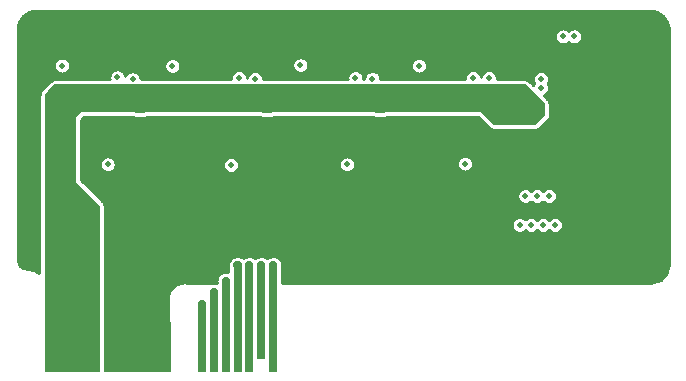
<source format=gbr>
G04 #@! TF.GenerationSoftware,KiCad,Pcbnew,(5.1.8)-1*
G04 #@! TF.CreationDate,2021-09-22T18:05:39+08:00*
G04 #@! TF.ProjectId,PowerSupply,506f7765-7253-4757-9070-6c792e6b6963,rev?*
G04 #@! TF.SameCoordinates,PX5e56640PY77750e0*
G04 #@! TF.FileFunction,Copper,L1,Top*
G04 #@! TF.FilePolarity,Positive*
%FSLAX46Y46*%
G04 Gerber Fmt 4.6, Leading zero omitted, Abs format (unit mm)*
G04 Created by KiCad (PCBNEW (5.1.8)-1) date 2021-09-22 18:05:39*
%MOMM*%
%LPD*%
G01*
G04 APERTURE LIST*
G04 #@! TA.AperFunction,ConnectorPad*
%ADD10R,0.700000X4.300000*%
G04 #@! TD*
G04 #@! TA.AperFunction,ConnectorPad*
%ADD11R,0.700000X3.200000*%
G04 #@! TD*
G04 #@! TA.AperFunction,ViaPad*
%ADD12C,0.500000*%
G04 #@! TD*
G04 #@! TA.AperFunction,Conductor*
%ADD13C,0.700000*%
G04 #@! TD*
G04 #@! TA.AperFunction,Conductor*
%ADD14C,0.254000*%
G04 #@! TD*
G04 #@! TA.AperFunction,Conductor*
%ADD15C,0.100000*%
G04 #@! TD*
G04 APERTURE END LIST*
D10*
G04 #@! TO.P,PCI1,B13*
G04 #@! TO.N,REG_EN1*
X27050000Y5050000D03*
G04 #@! TO.P,PCI1,B12*
G04 #@! TO.N,REG_EN2*
X26050000Y5050000D03*
G04 #@! TO.P,PCI1,B18*
G04 #@! TO.N,BAT_CHG*
X32050000Y5050000D03*
D11*
G04 #@! TO.P,PCI1,B17*
G04 #@! TO.N,BAT_PG*
X31050000Y5600000D03*
D10*
G04 #@! TO.P,PCI1,B16*
G04 #@! TO.N,BAT_ISET*
X30050000Y5050000D03*
G04 #@! TO.P,PCI1,B15*
G04 #@! TO.N,REG_POWER*
X29050000Y5050000D03*
G04 #@! TO.P,PCI1,B14*
G04 #@! TO.N,REG_CHG*
X28050000Y5050000D03*
G04 #@! TO.P,PCI1,B11*
G04 #@! TO.N,GND*
X23050000Y5050000D03*
G04 #@! TO.P,PCI1,B10*
X22050000Y5050000D03*
G04 #@! TO.P,PCI1,B9*
X21050000Y5050000D03*
G04 #@! TO.P,PCI1,B8*
X20050000Y5050000D03*
G04 #@! TO.P,PCI1,B7*
X19050000Y5050000D03*
G04 #@! TO.P,PCI1,B6*
X18050000Y5050000D03*
G04 #@! TO.P,PCI1,B5*
G04 #@! TO.N,+5V*
X17050000Y5050000D03*
G04 #@! TO.P,PCI1,B4*
X16050000Y5050000D03*
G04 #@! TO.P,PCI1,B3*
X15050000Y5050000D03*
G04 #@! TO.P,PCI1,B2*
X14050000Y5050000D03*
G04 #@! TO.P,PCI1,B1*
X13050000Y5050000D03*
G04 #@! TD*
G04 #@! TO.P,C27,2*
G04 #@! TO.N,GND*
G04 #@! TA.AperFunction,SMDPad,CuDef*
G36*
G01*
X20530000Y24145000D02*
X21030000Y24145000D01*
G75*
G02*
X21255000Y23920000I0J-225000D01*
G01*
X21255000Y23470000D01*
G75*
G02*
X21030000Y23245000I-225000J0D01*
G01*
X20530000Y23245000D01*
G75*
G02*
X20305000Y23470000I0J225000D01*
G01*
X20305000Y23920000D01*
G75*
G02*
X20530000Y24145000I225000J0D01*
G01*
G37*
G04 #@! TD.AperFunction*
G04 #@! TO.P,C27,1*
G04 #@! TO.N,+5V*
G04 #@! TA.AperFunction,SMDPad,CuDef*
G36*
G01*
X20530000Y25695000D02*
X21030000Y25695000D01*
G75*
G02*
X21255000Y25470000I0J-225000D01*
G01*
X21255000Y25020000D01*
G75*
G02*
X21030000Y24795000I-225000J0D01*
G01*
X20530000Y24795000D01*
G75*
G02*
X20305000Y25020000I0J225000D01*
G01*
X20305000Y25470000D01*
G75*
G02*
X20530000Y25695000I225000J0D01*
G01*
G37*
G04 #@! TD.AperFunction*
G04 #@! TD*
G04 #@! TO.P,C25,2*
G04 #@! TO.N,GND*
G04 #@! TA.AperFunction,SMDPad,CuDef*
G36*
G01*
X31300000Y24145000D02*
X31800000Y24145000D01*
G75*
G02*
X32025000Y23920000I0J-225000D01*
G01*
X32025000Y23470000D01*
G75*
G02*
X31800000Y23245000I-225000J0D01*
G01*
X31300000Y23245000D01*
G75*
G02*
X31075000Y23470000I0J225000D01*
G01*
X31075000Y23920000D01*
G75*
G02*
X31300000Y24145000I225000J0D01*
G01*
G37*
G04 #@! TD.AperFunction*
G04 #@! TO.P,C25,1*
G04 #@! TO.N,+5V*
G04 #@! TA.AperFunction,SMDPad,CuDef*
G36*
G01*
X31300000Y25695000D02*
X31800000Y25695000D01*
G75*
G02*
X32025000Y25470000I0J-225000D01*
G01*
X32025000Y25020000D01*
G75*
G02*
X31800000Y24795000I-225000J0D01*
G01*
X31300000Y24795000D01*
G75*
G02*
X31075000Y25020000I0J225000D01*
G01*
X31075000Y25470000D01*
G75*
G02*
X31300000Y25695000I225000J0D01*
G01*
G37*
G04 #@! TD.AperFunction*
G04 #@! TD*
G04 #@! TO.P,C11,2*
G04 #@! TO.N,GND*
G04 #@! TA.AperFunction,SMDPad,CuDef*
G36*
G01*
X40890000Y24145000D02*
X41390000Y24145000D01*
G75*
G02*
X41615000Y23920000I0J-225000D01*
G01*
X41615000Y23470000D01*
G75*
G02*
X41390000Y23245000I-225000J0D01*
G01*
X40890000Y23245000D01*
G75*
G02*
X40665000Y23470000I0J225000D01*
G01*
X40665000Y23920000D01*
G75*
G02*
X40890000Y24145000I225000J0D01*
G01*
G37*
G04 #@! TD.AperFunction*
G04 #@! TO.P,C11,1*
G04 #@! TO.N,+5V*
G04 #@! TA.AperFunction,SMDPad,CuDef*
G36*
G01*
X40890000Y25695000D02*
X41390000Y25695000D01*
G75*
G02*
X41615000Y25470000I0J-225000D01*
G01*
X41615000Y25020000D01*
G75*
G02*
X41390000Y24795000I-225000J0D01*
G01*
X40890000Y24795000D01*
G75*
G02*
X40665000Y25020000I0J225000D01*
G01*
X40665000Y25470000D01*
G75*
G02*
X40890000Y25695000I225000J0D01*
G01*
G37*
G04 #@! TD.AperFunction*
G04 #@! TD*
G04 #@! TO.P,C9,2*
G04 #@! TO.N,GND*
G04 #@! TA.AperFunction,SMDPad,CuDef*
G36*
G01*
X50980000Y23225000D02*
X51480000Y23225000D01*
G75*
G02*
X51705000Y23000000I0J-225000D01*
G01*
X51705000Y22550000D01*
G75*
G02*
X51480000Y22325000I-225000J0D01*
G01*
X50980000Y22325000D01*
G75*
G02*
X50755000Y22550000I0J225000D01*
G01*
X50755000Y23000000D01*
G75*
G02*
X50980000Y23225000I225000J0D01*
G01*
G37*
G04 #@! TD.AperFunction*
G04 #@! TO.P,C9,1*
G04 #@! TO.N,+5V*
G04 #@! TA.AperFunction,SMDPad,CuDef*
G36*
G01*
X50980000Y24775000D02*
X51480000Y24775000D01*
G75*
G02*
X51705000Y24550000I0J-225000D01*
G01*
X51705000Y24100000D01*
G75*
G02*
X51480000Y23875000I-225000J0D01*
G01*
X50980000Y23875000D01*
G75*
G02*
X50755000Y24100000I0J225000D01*
G01*
X50755000Y24550000D01*
G75*
G02*
X50980000Y24775000I225000J0D01*
G01*
G37*
G04 #@! TD.AperFunction*
G04 #@! TD*
D12*
G04 #@! TO.N,GND*
X57060000Y29060000D03*
X57740000Y27470000D03*
X57065000Y27470000D03*
X56390001Y27480000D03*
X38300000Y24320000D03*
X38849999Y24320000D03*
X39400000Y24320000D03*
X48330000Y24310001D03*
X49430000Y24310000D03*
X48879999Y24310001D03*
X29680000Y24300000D03*
X29130000Y24300000D03*
X28580001Y24300000D03*
X18070000Y24320000D03*
X18619999Y24320000D03*
X19170000Y24320000D03*
X12160000Y33320000D03*
X13160000Y33320000D03*
X14160000Y33320000D03*
X15160000Y33320000D03*
X16160000Y33320000D03*
X17160000Y33320000D03*
X18160000Y33320000D03*
X19160000Y33320000D03*
X20160000Y33320000D03*
X21160000Y33320000D03*
X22160000Y33320000D03*
X23160000Y33320000D03*
X24160000Y33320000D03*
X25160000Y33320000D03*
X26160000Y33320000D03*
X27160000Y33320000D03*
X28160000Y33320000D03*
X29160000Y33320000D03*
X30160000Y33320000D03*
X31160000Y33320000D03*
X32160000Y33320000D03*
X33160000Y33320000D03*
X34160000Y33320000D03*
X35160000Y33320000D03*
X36160000Y33320000D03*
X37160000Y33320000D03*
X38160000Y33320000D03*
X39160000Y33320000D03*
X40160000Y33320000D03*
X41160000Y33320000D03*
X42160000Y33320000D03*
X43160000Y33320000D03*
X44160000Y33320000D03*
X45160000Y33320000D03*
X46160000Y33320000D03*
X47160000Y33320000D03*
X48160000Y33320000D03*
X49160000Y33320000D03*
X50160000Y33320000D03*
X51160000Y33320000D03*
X52160000Y33320000D03*
X53160000Y33320000D03*
X54160000Y33320000D03*
X55160000Y33320000D03*
X56160000Y33320000D03*
X57160000Y33320000D03*
X58160000Y33320000D03*
X59160000Y33320000D03*
X60160000Y33320000D03*
X61160000Y33320000D03*
X12290000Y32130000D03*
X13160000Y32320000D03*
X14160000Y32320000D03*
X15160000Y32320000D03*
X16160000Y32320000D03*
X17160000Y32320000D03*
X18160000Y32320000D03*
X19160000Y32320000D03*
X20160000Y32320000D03*
X21160000Y32320000D03*
X22160000Y32320000D03*
X23160000Y32320000D03*
X24160000Y32320000D03*
X25160000Y32320000D03*
X26160000Y32320000D03*
X27160000Y32320000D03*
X28160000Y32320000D03*
X29160000Y32320000D03*
X30160000Y32320000D03*
X31160000Y32320000D03*
X32160000Y32320000D03*
X33160000Y32320000D03*
X34160000Y32320000D03*
X35160000Y32320000D03*
X36160000Y32320000D03*
X37160000Y32320000D03*
X38160000Y32320000D03*
X39160000Y32320000D03*
X40160000Y32320000D03*
X41160000Y32320000D03*
X42160000Y32320000D03*
X43160000Y32320000D03*
X44160000Y32320000D03*
X45160000Y32320000D03*
X46160000Y32320000D03*
X47160000Y32320000D03*
X48160000Y32320000D03*
X49160000Y32320000D03*
X50160000Y32320000D03*
X51160000Y32320000D03*
X52160000Y32320000D03*
X53160000Y32320000D03*
X54160000Y32320000D03*
X55160000Y32320000D03*
X56160000Y32320000D03*
X57160000Y32320000D03*
X58160000Y32320000D03*
X59160000Y32320000D03*
X60160000Y32320000D03*
X61160000Y32320000D03*
X62160000Y32320000D03*
X62160000Y33320000D03*
X63160000Y32320000D03*
X63160000Y33320000D03*
X63860000Y32050000D03*
X64160000Y33320000D03*
X11300000Y33020000D03*
X10670000Y31600000D03*
X11780000Y31470000D03*
X10690000Y30590000D03*
X11690000Y30590000D03*
X10690000Y28590000D03*
X11690000Y28590000D03*
X10690000Y27590000D03*
X11690000Y27590000D03*
X10690000Y26590000D03*
X11690000Y26590000D03*
X10690000Y25590000D03*
X11690000Y25590000D03*
X10690000Y24590000D03*
X11690000Y24590000D03*
X10690000Y23590000D03*
X11690000Y23590000D03*
X10690000Y22590000D03*
X11690000Y22590000D03*
X10690000Y21590000D03*
X11690000Y21590000D03*
X10690000Y20590000D03*
X11690000Y20590000D03*
X10690000Y19590000D03*
X11690000Y19590000D03*
X10690000Y18590000D03*
X11690000Y18590000D03*
X10690000Y17590000D03*
X11690000Y17590000D03*
X10690000Y16590000D03*
X11690000Y16590000D03*
X10690000Y15590000D03*
X11690000Y15590000D03*
X10690000Y14590000D03*
X11690000Y14590000D03*
X10690000Y13590000D03*
X11690000Y13590000D03*
X10690000Y12590000D03*
X11690000Y12590000D03*
X11690000Y11590000D03*
X41690000Y11590000D03*
X42690000Y11590000D03*
X43690000Y11590000D03*
X44690000Y11590000D03*
X45690000Y11590000D03*
X46690000Y11590000D03*
X47690000Y11590000D03*
X48690000Y11590000D03*
X49690000Y11590000D03*
X50690000Y11590000D03*
X51690000Y11590000D03*
X52690000Y11590000D03*
X53690000Y11590000D03*
X54690000Y11590000D03*
X55690000Y11590000D03*
X56690000Y11590000D03*
X57690000Y11590000D03*
X58690000Y11590000D03*
X59690000Y11590000D03*
X60690000Y11590000D03*
X61690000Y11590000D03*
X62690000Y11590000D03*
X63600000Y11860000D03*
X33690000Y10590000D03*
X34690000Y10590000D03*
X35690000Y10590000D03*
X36690000Y10590000D03*
X37690000Y10590000D03*
X38690000Y10590000D03*
X39690000Y10590000D03*
X40690000Y10590000D03*
X41690000Y10590000D03*
X42690000Y10590000D03*
X43690000Y10590000D03*
X44690000Y10590000D03*
X45690000Y10590000D03*
X46690000Y10590000D03*
X47690000Y10590000D03*
X48690000Y10590000D03*
X49690000Y10590000D03*
X50690000Y10590000D03*
X51690000Y10590000D03*
X52690000Y10590000D03*
X53690000Y10590000D03*
X54690000Y10590000D03*
X55690000Y10590000D03*
X56690000Y10590000D03*
X57690000Y10590000D03*
X58690000Y10590000D03*
X59690000Y10590000D03*
X60690000Y10590000D03*
X61690000Y10590000D03*
X62690000Y10590000D03*
X63690000Y10590000D03*
X64870000Y32980000D03*
X64290000Y31450000D03*
X65380000Y31520000D03*
X64390000Y30490000D03*
X65380000Y30500000D03*
X64390000Y28490000D03*
X65390000Y28490000D03*
X64390000Y27490000D03*
X65390000Y27490000D03*
X64390000Y26490000D03*
X65390000Y26490000D03*
X64390000Y25490000D03*
X65390000Y25490000D03*
X64390000Y24490000D03*
X65390000Y24490000D03*
X64390000Y23490000D03*
X65390000Y23490000D03*
X64390000Y22490000D03*
X65390000Y22490000D03*
X64390000Y21490000D03*
X65390000Y21490000D03*
X64390000Y20490000D03*
X65390000Y20490000D03*
X64390000Y19490000D03*
X65390000Y19490000D03*
X64390000Y18490000D03*
X65390000Y18490000D03*
X64390000Y17490000D03*
X65390000Y17490000D03*
X64390000Y16490000D03*
X65390000Y16490000D03*
X64390000Y15490000D03*
X65390000Y15490000D03*
X64390000Y14490000D03*
X65390000Y14490000D03*
X64390000Y13490000D03*
X65390000Y13490000D03*
X64210000Y12480000D03*
X65390000Y12550000D03*
X65320000Y11760000D03*
X64440000Y10700000D03*
X57075000Y26693334D03*
X57750000Y26693334D03*
X56400000Y26703334D03*
X57065000Y25916668D03*
X56390001Y25926668D03*
X57740000Y25916668D03*
X56390000Y25150000D03*
X57065000Y25140000D03*
X57740000Y25140000D03*
X57019999Y18505001D03*
X57570000Y18505000D03*
X56470000Y18505001D03*
X57029999Y17805001D03*
X56480000Y17805001D03*
X57580000Y17805000D03*
X11690000Y29590000D03*
X10690000Y29590000D03*
X65390000Y29490000D03*
X64390000Y29490000D03*
X57429999Y14305001D03*
X57970000Y15005000D03*
X56870000Y15005001D03*
X56880000Y14305001D03*
X57980000Y14305000D03*
X57419999Y15005001D03*
X57970000Y13605000D03*
X57419999Y13605001D03*
X56880000Y12905001D03*
X57980000Y12905000D03*
X56870000Y13605001D03*
X57429999Y12905001D03*
X58680000Y12905001D03*
X59219999Y13605001D03*
X59770000Y13605000D03*
X59780000Y12905000D03*
X58670000Y13605001D03*
X59229999Y12905001D03*
X59219999Y15005001D03*
X59780000Y14305000D03*
X59229999Y14305001D03*
X58670000Y15005001D03*
X59770000Y15005000D03*
X58680000Y14305001D03*
X21660000Y32820000D03*
X36660000Y32820000D03*
X52660000Y32820000D03*
X53660000Y32820000D03*
X54660000Y32820000D03*
X59660000Y32820000D03*
X43660000Y32820000D03*
X44660000Y32820000D03*
X48660000Y32820000D03*
X19660000Y32820000D03*
X51660000Y32820000D03*
X28660000Y32820000D03*
X56660000Y32820000D03*
X22660000Y32820000D03*
X37660000Y32820000D03*
X27660000Y32820000D03*
X55660000Y32820000D03*
X39660000Y32820000D03*
X46660000Y32820000D03*
X50660000Y32820000D03*
X31660000Y32820000D03*
X20660000Y32820000D03*
X23660000Y32820000D03*
X34660000Y32820000D03*
X32660000Y32820000D03*
X29660000Y32820000D03*
X57660000Y32820000D03*
X61660000Y32820000D03*
X45660000Y32820000D03*
X49660000Y32820000D03*
X41660000Y32820000D03*
X18660000Y32820000D03*
X60660000Y32820000D03*
X30660000Y32820000D03*
X42660000Y32820000D03*
X24660000Y32820000D03*
X58660000Y32820000D03*
X40660000Y32820000D03*
X33660000Y32820000D03*
X25660000Y32820000D03*
X35660000Y32820000D03*
X26660000Y32820000D03*
X38660000Y32820000D03*
X47660000Y32820000D03*
X62660000Y32820000D03*
X63660000Y32820000D03*
X64370000Y32530000D03*
X12590000Y32770000D03*
X13660000Y32820000D03*
X14660000Y32820000D03*
X15660000Y32820000D03*
X16660000Y32820000D03*
X17660000Y32820000D03*
X64770000Y31920000D03*
X64890000Y31060000D03*
X64900000Y29990000D03*
X64890000Y17980000D03*
X64890000Y13980000D03*
X64100000Y11360000D03*
X64890000Y27980000D03*
X64890000Y21980000D03*
X64890000Y25980000D03*
X64890000Y20980000D03*
X64890000Y15980000D03*
X64820000Y12910000D03*
X64890000Y14980000D03*
X64890000Y24980000D03*
X64890000Y23980000D03*
X64890000Y19980000D03*
X64890000Y16980000D03*
X64890000Y22980000D03*
X64890000Y18980000D03*
X64890000Y26980000D03*
X64890000Y28980000D03*
X10850000Y32400000D03*
X11190000Y27110000D03*
X11190000Y20110000D03*
X11190000Y29110000D03*
X11190000Y19110000D03*
X11190000Y31110000D03*
X11190000Y28110000D03*
X11190000Y26110000D03*
X11190000Y24110000D03*
X11190000Y23110000D03*
X11190000Y22110000D03*
X11190000Y21110000D03*
X11190000Y25110000D03*
X11190000Y15110000D03*
X11190000Y13110000D03*
X11190000Y14110000D03*
X11190000Y17110000D03*
X11190000Y18110000D03*
X11190000Y16110000D03*
X11190000Y30110000D03*
X11190000Y12090000D03*
X47210000Y11080000D03*
X54210000Y11080000D03*
X41210000Y11080000D03*
X43210000Y11080000D03*
X62210000Y11080000D03*
X55210000Y11080000D03*
X48210000Y11080000D03*
X61210000Y11080000D03*
X49210000Y11080000D03*
X51210000Y11080000D03*
X58210000Y11080000D03*
X57210000Y11080000D03*
X56210000Y11080000D03*
X50210000Y11080000D03*
X42210000Y11080000D03*
X44210000Y11080000D03*
X45210000Y11080000D03*
X46210000Y11080000D03*
X60210000Y11080000D03*
X53210000Y11080000D03*
X59210000Y11080000D03*
X63210000Y11080000D03*
X52210000Y11080000D03*
X11800000Y32570000D03*
X11360000Y31990000D03*
X65310000Y32360000D03*
X64650000Y11940000D03*
X64980000Y11120000D03*
X23920000Y22730000D03*
X23920000Y22130000D03*
X23920000Y21530000D03*
X24520000Y22730000D03*
X25130000Y22730000D03*
X35410000Y22640000D03*
X34200000Y22640000D03*
X34200000Y21440000D03*
X34800000Y22640000D03*
X34200000Y22040000D03*
X44190000Y22070000D03*
X45400000Y22670000D03*
X44190000Y21470000D03*
X44190000Y22670000D03*
X44790000Y22670000D03*
X57019999Y19895001D03*
X56480000Y19195001D03*
X56470000Y19895001D03*
X57570000Y19895000D03*
X57580000Y19195000D03*
X57029999Y19195001D03*
X55279999Y19895001D03*
X54740000Y19195001D03*
X55840000Y19195000D03*
X55830000Y19895000D03*
X54730000Y19895001D03*
X55289999Y19195001D03*
X53590000Y19195001D03*
X54139999Y19195001D03*
X53580000Y19895001D03*
X54129999Y19895001D03*
G04 #@! TO.N,+3V3*
X48980000Y27800000D03*
X48310000Y20530000D03*
G04 #@! TO.N,+5V*
X40880000Y26380000D03*
X41570000Y26380000D03*
X50860000Y26380000D03*
X51500000Y26380000D03*
X31040000Y26370000D03*
X31690000Y26370000D03*
X53620000Y25220000D03*
X54180000Y25220000D03*
X54730000Y25460000D03*
X53620000Y24690000D03*
X54180000Y24685000D03*
X53620000Y24150000D03*
X54180000Y24150000D03*
X13720000Y25640000D03*
X20580000Y26340000D03*
X21260000Y26340000D03*
X20970000Y26860000D03*
X21640000Y26860000D03*
X31410000Y26860000D03*
X32060000Y26860000D03*
X24050000Y25630000D03*
X41280000Y26910000D03*
X41970000Y26910000D03*
X33930000Y25640000D03*
X51260000Y26900000D03*
X51900000Y26900000D03*
X43950000Y25640000D03*
G04 #@! TO.N,+1V2*
X18870000Y27840000D03*
X18060000Y20470000D03*
G04 #@! TO.N,+1V5*
X29180000Y27790000D03*
X28510000Y20410000D03*
G04 #@! TO.N,+2V5*
X39030000Y27800000D03*
X38310000Y20470000D03*
G04 #@! TO.N,Net-(1V2-Pad1)*
X20160000Y27660000D03*
X14180002Y28840000D03*
G04 #@! TO.N,Net-(1V5-Pad1)*
X30530000Y27720000D03*
X23540000Y28810000D03*
G04 #@! TO.N,Net-(2V5-Pad1)*
X40470000Y27730000D03*
X34380000Y28870000D03*
G04 #@! TO.N,Net-(3V3-Pad1)*
X50320000Y27780000D03*
X44410000Y28830000D03*
G04 #@! TO.N,Net-(C3-Pad1)*
X56600000Y31300000D03*
X54750000Y27700000D03*
G04 #@! TO.N,Net-(R34-Pad2)*
X54740000Y26940000D03*
X57560000Y31300000D03*
G04 #@! TO.N,REG_EN2*
X26050000Y8690000D03*
X52925000Y15350000D03*
G04 #@! TO.N,REG_EN1*
X27050000Y9630000D03*
X53420000Y17785000D03*
G04 #@! TO.N,REG_CHG*
X28043332Y10610000D03*
X53920000Y15345000D03*
G04 #@! TO.N,REG_POWER*
X29044998Y11945000D03*
X54420000Y17785000D03*
G04 #@! TO.N,BAT_ISET*
X30046664Y11945000D03*
X54920000Y15345000D03*
G04 #@! TO.N,BAT_PG*
X31048330Y11945000D03*
X55420000Y17785000D03*
G04 #@! TO.N,BAT_CHG*
X32060000Y11945000D03*
X55920000Y15345000D03*
G04 #@! TD*
D13*
G04 #@! TO.N,GND*
X23050000Y5050000D02*
X18050000Y5050000D01*
X23050000Y3250000D02*
X18050000Y3250000D01*
G04 #@! TO.N,+5V*
X17050000Y5050000D02*
X13050000Y5050000D01*
X17050000Y3250000D02*
X13050000Y3250000D01*
X13500000Y7280000D02*
X13500000Y3280000D01*
X14540000Y7310000D02*
X14540000Y3310000D01*
X15550000Y7280000D02*
X15550000Y3280000D01*
X16550000Y7270000D02*
X16550000Y3270000D01*
X20489999Y26470000D02*
X20490000Y26469999D01*
X53620000Y24150000D02*
X53620000Y25220000D01*
X54180000Y25220000D02*
X54180000Y24150000D01*
X54180000Y24150000D02*
X53620000Y24150000D01*
X53620000Y25220000D02*
X54180000Y25220000D01*
X53620000Y24510000D02*
X53620000Y24150000D01*
X54730000Y24700000D02*
X54180000Y24150000D01*
X54730000Y25460000D02*
X54730000Y24700000D01*
X53290000Y26900000D02*
X54730000Y25460000D01*
X13050000Y26300000D02*
X13650000Y26900000D01*
X13650000Y26900000D02*
X53290000Y26900000D01*
X13050000Y5050000D02*
X13050000Y26300000D01*
X15730000Y25220000D02*
X15050000Y24540000D01*
X49760000Y25220000D02*
X15730000Y25220000D01*
X50830000Y24150000D02*
X49760000Y25220000D01*
X53620000Y24150000D02*
X50830000Y24150000D01*
X52760000Y26080000D02*
X53620000Y25220000D01*
X14800000Y26080000D02*
X52760000Y26080000D01*
X14050000Y25330000D02*
X14800000Y26080000D01*
X14050000Y5050000D02*
X14050000Y25330000D01*
X13730000Y26440000D02*
X53370000Y26440000D01*
X49920000Y25620000D02*
X15890000Y25620000D01*
X52930000Y26570000D02*
X54370000Y25130000D01*
X52770000Y25610000D02*
X49980000Y25610000D01*
X53260000Y25190000D02*
X50470000Y25190000D01*
X53420000Y24750000D02*
X50630000Y24750000D01*
X13190000Y25780000D02*
X13790000Y26380000D01*
X13590000Y25500000D02*
X14190000Y26100000D01*
X14550000Y25080000D02*
X15150000Y25680000D01*
X14820000Y24980000D02*
X15420000Y25580000D01*
X13490000Y4400000D02*
X13490000Y25650000D01*
X14530000Y4740000D02*
X14530000Y25020000D01*
X17050000Y5050000D02*
X17050000Y16820000D01*
X17050000Y16820000D02*
X15050000Y18820000D01*
X15050000Y24540000D02*
X15050000Y18820000D01*
X16050000Y16370000D02*
X15050000Y17370000D01*
X16050000Y5050000D02*
X16050000Y16370000D01*
X15050000Y17370000D02*
X15050000Y5050000D01*
X15050000Y18820000D02*
X15050000Y17370000D01*
X16970000Y16170000D02*
X14970000Y18170000D01*
X16560000Y4680000D02*
X16560000Y16450000D01*
X15480000Y4820000D02*
X15480000Y16590000D01*
G04 #@! TO.N,REG_EN2*
X26050000Y5050000D02*
X26050000Y8690000D01*
G04 #@! TO.N,REG_EN1*
X27050000Y7561666D02*
X27050000Y9630000D01*
X27050000Y5050000D02*
X27050000Y7561666D01*
G04 #@! TO.N,REG_CHG*
X28050000Y10603332D02*
X28043332Y10610000D01*
X28050000Y5050000D02*
X28050000Y10603332D01*
G04 #@! TO.N,REG_POWER*
X29050000Y5050000D02*
X29050000Y7564998D01*
X29050000Y11939998D02*
X29044998Y11945000D01*
X29050000Y7564998D02*
X29050000Y11939998D01*
G04 #@! TO.N,BAT_ISET*
X30050000Y5050000D02*
X30050000Y7566664D01*
X30050000Y11941664D02*
X30046664Y11945000D01*
X30050000Y7566664D02*
X30050000Y11941664D01*
G04 #@! TO.N,BAT_PG*
X31050000Y5600000D02*
X31050000Y7568330D01*
X31050000Y11943330D02*
X31048330Y11945000D01*
X31050000Y7568330D02*
X31050000Y11943330D01*
G04 #@! TO.N,BAT_CHG*
X32050000Y11935000D02*
X32060000Y11945000D01*
X32050000Y5050000D02*
X32050000Y11935000D01*
G04 #@! TD*
D14*
G04 #@! TO.N,GND*
X64300374Y33457004D02*
X64589309Y33369770D01*
X64855796Y33228076D01*
X65089685Y33037321D01*
X65282070Y32804767D01*
X65425622Y32539275D01*
X65514871Y32250958D01*
X65548624Y31929813D01*
X65548001Y12022124D01*
X65516379Y11699622D01*
X65429145Y11410690D01*
X65287452Y11144204D01*
X65096697Y10910315D01*
X64864143Y10717930D01*
X64598650Y10574378D01*
X64310334Y10485129D01*
X63989185Y10451376D01*
X32853177Y10451997D01*
X32827000Y10459937D01*
X32827000Y11805312D01*
X32840758Y11944999D01*
X32825756Y12097318D01*
X32781327Y12243782D01*
X32709177Y12378766D01*
X32612079Y12497079D01*
X32493766Y12594177D01*
X32358782Y12666327D01*
X32212318Y12710756D01*
X32059999Y12725758D01*
X31907682Y12710756D01*
X31761217Y12666327D01*
X31626234Y12594177D01*
X31554165Y12535031D01*
X31482096Y12594177D01*
X31347113Y12666327D01*
X31200648Y12710756D01*
X31048330Y12725759D01*
X30896012Y12710756D01*
X30749547Y12666327D01*
X30614564Y12594177D01*
X30547497Y12539136D01*
X30480430Y12594177D01*
X30345447Y12666327D01*
X30198982Y12710756D01*
X30046664Y12725759D01*
X29894346Y12710756D01*
X29747881Y12666327D01*
X29612898Y12594177D01*
X29545831Y12539136D01*
X29478764Y12594177D01*
X29343781Y12666327D01*
X29197316Y12710756D01*
X29044998Y12725759D01*
X28892680Y12710756D01*
X28746215Y12666327D01*
X28611232Y12594177D01*
X28492919Y12497079D01*
X28395821Y12378766D01*
X28323671Y12243783D01*
X28279242Y12097318D01*
X28264239Y11945000D01*
X28273001Y11856044D01*
X28273001Y11352292D01*
X28195650Y11375756D01*
X28043332Y11390759D01*
X27891014Y11375756D01*
X27744549Y11331327D01*
X27609566Y11259177D01*
X27491253Y11162079D01*
X27394155Y11043766D01*
X27322005Y10908783D01*
X27277576Y10762318D01*
X27262573Y10610000D01*
X27273001Y10504130D01*
X27273001Y10409257D01*
X27063054Y10409473D01*
X27050000Y10410759D01*
X27037216Y10409500D01*
X24961656Y10411638D01*
X24862688Y10440766D01*
X24820198Y10448871D01*
X24777872Y10457560D01*
X24771244Y10458210D01*
X24586600Y10475014D01*
X24543368Y10474712D01*
X24500135Y10475014D01*
X24493507Y10474364D01*
X24309114Y10454983D01*
X24266754Y10446288D01*
X24224301Y10438190D01*
X24217933Y10436267D01*
X24217921Y10436264D01*
X24217910Y10436259D01*
X24040809Y10381438D01*
X24000983Y10364697D01*
X23960868Y10348490D01*
X23954992Y10345365D01*
X23954988Y10345363D01*
X23954987Y10345362D01*
X23791894Y10257178D01*
X23756057Y10233006D01*
X23719875Y10209330D01*
X23714722Y10205126D01*
X23714715Y10205121D01*
X23714709Y10205115D01*
X23571856Y10086936D01*
X23541404Y10056271D01*
X23510505Y10026013D01*
X23506260Y10020881D01*
X23389077Y9877201D01*
X23365146Y9841183D01*
X23340727Y9805520D01*
X23337564Y9799669D01*
X23337559Y9799661D01*
X23337556Y9799653D01*
X23250516Y9635956D01*
X23234043Y9595992D01*
X23217008Y9556246D01*
X23215041Y9549892D01*
X23215039Y9549886D01*
X23215039Y9549884D01*
X23161451Y9372390D01*
X23153060Y9330011D01*
X23144065Y9287695D01*
X23143370Y9281075D01*
X23143369Y9281068D01*
X23143369Y9281061D01*
X23125277Y9096548D01*
X23125277Y9096540D01*
X23123000Y9073422D01*
X23123001Y3070833D01*
X17829066Y3028048D01*
X17829066Y3232811D01*
X17830759Y3250000D01*
X17829066Y3267189D01*
X17829066Y5032811D01*
X17830759Y5050000D01*
X17829066Y5067189D01*
X17829066Y7200000D01*
X17827000Y7220978D01*
X17827000Y15416679D01*
X52248000Y15416679D01*
X52248000Y15283321D01*
X52274016Y15152526D01*
X52325050Y15029320D01*
X52399140Y14918437D01*
X52493437Y14824140D01*
X52604320Y14750050D01*
X52727526Y14699016D01*
X52858321Y14673000D01*
X52991679Y14673000D01*
X53122474Y14699016D01*
X53245680Y14750050D01*
X53356563Y14824140D01*
X53420000Y14887577D01*
X53488437Y14819140D01*
X53599320Y14745050D01*
X53722526Y14694016D01*
X53853321Y14668000D01*
X53986679Y14668000D01*
X54117474Y14694016D01*
X54240680Y14745050D01*
X54351563Y14819140D01*
X54420000Y14887577D01*
X54488437Y14819140D01*
X54599320Y14745050D01*
X54722526Y14694016D01*
X54853321Y14668000D01*
X54986679Y14668000D01*
X55117474Y14694016D01*
X55240680Y14745050D01*
X55351563Y14819140D01*
X55420000Y14887577D01*
X55488437Y14819140D01*
X55599320Y14745050D01*
X55722526Y14694016D01*
X55853321Y14668000D01*
X55986679Y14668000D01*
X56117474Y14694016D01*
X56240680Y14745050D01*
X56351563Y14819140D01*
X56445860Y14913437D01*
X56519950Y15024320D01*
X56570984Y15147526D01*
X56597000Y15278321D01*
X56597000Y15411679D01*
X56570984Y15542474D01*
X56519950Y15665680D01*
X56445860Y15776563D01*
X56351563Y15870860D01*
X56240680Y15944950D01*
X56117474Y15995984D01*
X55986679Y16022000D01*
X55853321Y16022000D01*
X55722526Y15995984D01*
X55599320Y15944950D01*
X55488437Y15870860D01*
X55420000Y15802423D01*
X55351563Y15870860D01*
X55240680Y15944950D01*
X55117474Y15995984D01*
X54986679Y16022000D01*
X54853321Y16022000D01*
X54722526Y15995984D01*
X54599320Y15944950D01*
X54488437Y15870860D01*
X54420000Y15802423D01*
X54351563Y15870860D01*
X54240680Y15944950D01*
X54117474Y15995984D01*
X53986679Y16022000D01*
X53853321Y16022000D01*
X53722526Y15995984D01*
X53599320Y15944950D01*
X53488437Y15870860D01*
X53425000Y15807423D01*
X53356563Y15875860D01*
X53245680Y15949950D01*
X53122474Y16000984D01*
X52991679Y16027000D01*
X52858321Y16027000D01*
X52727526Y16000984D01*
X52604320Y15949950D01*
X52493437Y15875860D01*
X52399140Y15781563D01*
X52325050Y15670680D01*
X52274016Y15547474D01*
X52248000Y15416679D01*
X17827000Y15416679D01*
X17827000Y16781845D01*
X17830758Y16820001D01*
X17827000Y16858157D01*
X17827000Y16858166D01*
X17815757Y16972319D01*
X17771327Y17118784D01*
X17735907Y17185050D01*
X17699177Y17253767D01*
X17626409Y17342435D01*
X17626408Y17342436D01*
X17602080Y17372080D01*
X17572436Y17396408D01*
X17117165Y17851679D01*
X52743000Y17851679D01*
X52743000Y17718321D01*
X52769016Y17587526D01*
X52820050Y17464320D01*
X52894140Y17353437D01*
X52988437Y17259140D01*
X53099320Y17185050D01*
X53222526Y17134016D01*
X53353321Y17108000D01*
X53486679Y17108000D01*
X53617474Y17134016D01*
X53740680Y17185050D01*
X53851563Y17259140D01*
X53920000Y17327577D01*
X53988437Y17259140D01*
X54099320Y17185050D01*
X54222526Y17134016D01*
X54353321Y17108000D01*
X54486679Y17108000D01*
X54617474Y17134016D01*
X54740680Y17185050D01*
X54851563Y17259140D01*
X54920000Y17327577D01*
X54988437Y17259140D01*
X55099320Y17185050D01*
X55222526Y17134016D01*
X55353321Y17108000D01*
X55486679Y17108000D01*
X55617474Y17134016D01*
X55740680Y17185050D01*
X55851563Y17259140D01*
X55945860Y17353437D01*
X56019950Y17464320D01*
X56070984Y17587526D01*
X56097000Y17718321D01*
X56097000Y17851679D01*
X56070984Y17982474D01*
X56019950Y18105680D01*
X55945860Y18216563D01*
X55851563Y18310860D01*
X55740680Y18384950D01*
X55617474Y18435984D01*
X55486679Y18462000D01*
X55353321Y18462000D01*
X55222526Y18435984D01*
X55099320Y18384950D01*
X54988437Y18310860D01*
X54920000Y18242423D01*
X54851563Y18310860D01*
X54740680Y18384950D01*
X54617474Y18435984D01*
X54486679Y18462000D01*
X54353321Y18462000D01*
X54222526Y18435984D01*
X54099320Y18384950D01*
X53988437Y18310860D01*
X53920000Y18242423D01*
X53851563Y18310860D01*
X53740680Y18384950D01*
X53617474Y18435984D01*
X53486679Y18462000D01*
X53353321Y18462000D01*
X53222526Y18435984D01*
X53099320Y18384950D01*
X52988437Y18310860D01*
X52894140Y18216563D01*
X52820050Y18105680D01*
X52769016Y17982474D01*
X52743000Y17851679D01*
X17117165Y17851679D01*
X15827000Y19141843D01*
X15827000Y20536679D01*
X17383000Y20536679D01*
X17383000Y20403321D01*
X17409016Y20272526D01*
X17460050Y20149320D01*
X17534140Y20038437D01*
X17628437Y19944140D01*
X17739320Y19870050D01*
X17862526Y19819016D01*
X17993321Y19793000D01*
X18126679Y19793000D01*
X18257474Y19819016D01*
X18380680Y19870050D01*
X18491563Y19944140D01*
X18585860Y20038437D01*
X18659950Y20149320D01*
X18710984Y20272526D01*
X18737000Y20403321D01*
X18737000Y20476679D01*
X27833000Y20476679D01*
X27833000Y20343321D01*
X27859016Y20212526D01*
X27910050Y20089320D01*
X27984140Y19978437D01*
X28078437Y19884140D01*
X28189320Y19810050D01*
X28312526Y19759016D01*
X28443321Y19733000D01*
X28576679Y19733000D01*
X28707474Y19759016D01*
X28830680Y19810050D01*
X28941563Y19884140D01*
X29035860Y19978437D01*
X29109950Y20089320D01*
X29160984Y20212526D01*
X29187000Y20343321D01*
X29187000Y20476679D01*
X29175066Y20536679D01*
X37633000Y20536679D01*
X37633000Y20403321D01*
X37659016Y20272526D01*
X37710050Y20149320D01*
X37784140Y20038437D01*
X37878437Y19944140D01*
X37989320Y19870050D01*
X38112526Y19819016D01*
X38243321Y19793000D01*
X38376679Y19793000D01*
X38507474Y19819016D01*
X38630680Y19870050D01*
X38741563Y19944140D01*
X38835860Y20038437D01*
X38909950Y20149320D01*
X38960984Y20272526D01*
X38987000Y20403321D01*
X38987000Y20536679D01*
X38975066Y20596679D01*
X47633000Y20596679D01*
X47633000Y20463321D01*
X47659016Y20332526D01*
X47710050Y20209320D01*
X47784140Y20098437D01*
X47878437Y20004140D01*
X47989320Y19930050D01*
X48112526Y19879016D01*
X48243321Y19853000D01*
X48376679Y19853000D01*
X48507474Y19879016D01*
X48630680Y19930050D01*
X48741563Y20004140D01*
X48835860Y20098437D01*
X48909950Y20209320D01*
X48960984Y20332526D01*
X48987000Y20463321D01*
X48987000Y20596679D01*
X48960984Y20727474D01*
X48909950Y20850680D01*
X48835860Y20961563D01*
X48741563Y21055860D01*
X48630680Y21129950D01*
X48507474Y21180984D01*
X48376679Y21207000D01*
X48243321Y21207000D01*
X48112526Y21180984D01*
X47989320Y21129950D01*
X47878437Y21055860D01*
X47784140Y20961563D01*
X47710050Y20850680D01*
X47659016Y20727474D01*
X47633000Y20596679D01*
X38975066Y20596679D01*
X38960984Y20667474D01*
X38909950Y20790680D01*
X38835860Y20901563D01*
X38741563Y20995860D01*
X38630680Y21069950D01*
X38507474Y21120984D01*
X38376679Y21147000D01*
X38243321Y21147000D01*
X38112526Y21120984D01*
X37989320Y21069950D01*
X37878437Y20995860D01*
X37784140Y20901563D01*
X37710050Y20790680D01*
X37659016Y20667474D01*
X37633000Y20536679D01*
X29175066Y20536679D01*
X29160984Y20607474D01*
X29109950Y20730680D01*
X29035860Y20841563D01*
X28941563Y20935860D01*
X28830680Y21009950D01*
X28707474Y21060984D01*
X28576679Y21087000D01*
X28443321Y21087000D01*
X28312526Y21060984D01*
X28189320Y21009950D01*
X28078437Y20935860D01*
X27984140Y20841563D01*
X27910050Y20730680D01*
X27859016Y20607474D01*
X27833000Y20476679D01*
X18737000Y20476679D01*
X18737000Y20536679D01*
X18710984Y20667474D01*
X18659950Y20790680D01*
X18585860Y20901563D01*
X18491563Y20995860D01*
X18380680Y21069950D01*
X18257474Y21120984D01*
X18126679Y21147000D01*
X17993321Y21147000D01*
X17862526Y21120984D01*
X17739320Y21069950D01*
X17628437Y20995860D01*
X17534140Y20901563D01*
X17460050Y20790680D01*
X17409016Y20667474D01*
X17383000Y20536679D01*
X15827000Y20536679D01*
X15827000Y24218157D01*
X16051844Y24443000D01*
X20228666Y24443000D01*
X20279700Y24415722D01*
X20402398Y24378502D01*
X20530000Y24365934D01*
X21030000Y24365934D01*
X21157602Y24378502D01*
X21280300Y24415722D01*
X21331334Y24443000D01*
X30998666Y24443000D01*
X31049700Y24415722D01*
X31172398Y24378502D01*
X31300000Y24365934D01*
X31800000Y24365934D01*
X31927602Y24378502D01*
X32050300Y24415722D01*
X32101334Y24443000D01*
X40588666Y24443000D01*
X40639700Y24415722D01*
X40762398Y24378502D01*
X40890000Y24365934D01*
X41390000Y24365934D01*
X41517602Y24378502D01*
X41640300Y24415722D01*
X41691334Y24443000D01*
X49438157Y24443000D01*
X50253592Y23627564D01*
X50277920Y23597920D01*
X50307564Y23573592D01*
X50307565Y23573591D01*
X50396234Y23500822D01*
X50475410Y23458502D01*
X50531216Y23428673D01*
X50677681Y23384243D01*
X50791834Y23373000D01*
X50791836Y23373000D01*
X50830000Y23369241D01*
X50868163Y23373000D01*
X53581834Y23373000D01*
X53620000Y23369241D01*
X53658166Y23373000D01*
X54141834Y23373000D01*
X54180000Y23369241D01*
X54218166Y23373000D01*
X54332319Y23384243D01*
X54478784Y23428673D01*
X54613766Y23500823D01*
X54732080Y23597920D01*
X54756412Y23627569D01*
X55252435Y24123592D01*
X55282080Y24147920D01*
X55324198Y24199241D01*
X55379177Y24266233D01*
X55451327Y24401216D01*
X55465756Y24448783D01*
X55495757Y24547681D01*
X55507000Y24661834D01*
X55507000Y24661843D01*
X55510758Y24699999D01*
X55507000Y24738155D01*
X55507000Y25421837D01*
X55510759Y25460000D01*
X55506819Y25500000D01*
X55495757Y25612319D01*
X55451327Y25758784D01*
X55412022Y25832318D01*
X55379178Y25893766D01*
X55306409Y25982435D01*
X55306408Y25982436D01*
X55282080Y26012080D01*
X55252437Y26036407D01*
X54981565Y26307279D01*
X55060680Y26340050D01*
X55171563Y26414140D01*
X55265860Y26508437D01*
X55339950Y26619320D01*
X55390984Y26742526D01*
X55417000Y26873321D01*
X55417000Y27006679D01*
X55390984Y27137474D01*
X55339950Y27260680D01*
X55305313Y27312517D01*
X55349950Y27379320D01*
X55400984Y27502526D01*
X55427000Y27633321D01*
X55427000Y27766679D01*
X55400984Y27897474D01*
X55349950Y28020680D01*
X55275860Y28131563D01*
X55181563Y28225860D01*
X55070680Y28299950D01*
X54947474Y28350984D01*
X54816679Y28377000D01*
X54683321Y28377000D01*
X54552526Y28350984D01*
X54429320Y28299950D01*
X54318437Y28225860D01*
X54224140Y28131563D01*
X54150050Y28020680D01*
X54099016Y27897474D01*
X54073000Y27766679D01*
X54073000Y27633321D01*
X54099016Y27502526D01*
X54150050Y27379320D01*
X54184687Y27327483D01*
X54140050Y27260680D01*
X54107279Y27181564D01*
X53866412Y27422431D01*
X53842080Y27452080D01*
X53723766Y27549177D01*
X53588784Y27621327D01*
X53442319Y27665757D01*
X53328166Y27677000D01*
X53328163Y27677000D01*
X53290000Y27680759D01*
X53251837Y27677000D01*
X50989776Y27677000D01*
X50997000Y27713321D01*
X50997000Y27846679D01*
X50970984Y27977474D01*
X50919950Y28100680D01*
X50845860Y28211563D01*
X50751563Y28305860D01*
X50640680Y28379950D01*
X50517474Y28430984D01*
X50386679Y28457000D01*
X50253321Y28457000D01*
X50122526Y28430984D01*
X49999320Y28379950D01*
X49888437Y28305860D01*
X49794140Y28211563D01*
X49720050Y28100680D01*
X49669016Y27977474D01*
X49651989Y27891871D01*
X49630984Y27997474D01*
X49579950Y28120680D01*
X49505860Y28231563D01*
X49411563Y28325860D01*
X49300680Y28399950D01*
X49177474Y28450984D01*
X49046679Y28477000D01*
X48913321Y28477000D01*
X48782526Y28450984D01*
X48659320Y28399950D01*
X48548437Y28325860D01*
X48454140Y28231563D01*
X48380050Y28120680D01*
X48329016Y27997474D01*
X48303000Y27866679D01*
X48303000Y27733321D01*
X48314203Y27677000D01*
X41147000Y27677000D01*
X41147000Y27796679D01*
X41120984Y27927474D01*
X41069950Y28050680D01*
X40995860Y28161563D01*
X40901563Y28255860D01*
X40790680Y28329950D01*
X40667474Y28380984D01*
X40536679Y28407000D01*
X40403321Y28407000D01*
X40272526Y28380984D01*
X40149320Y28329950D01*
X40038437Y28255860D01*
X39944140Y28161563D01*
X39870050Y28050680D01*
X39819016Y27927474D01*
X39793000Y27796679D01*
X39793000Y27677000D01*
X39695797Y27677000D01*
X39707000Y27733321D01*
X39707000Y27866679D01*
X39680984Y27997474D01*
X39629950Y28120680D01*
X39555860Y28231563D01*
X39461563Y28325860D01*
X39350680Y28399950D01*
X39227474Y28450984D01*
X39096679Y28477000D01*
X38963321Y28477000D01*
X38832526Y28450984D01*
X38709320Y28399950D01*
X38598437Y28325860D01*
X38504140Y28231563D01*
X38430050Y28120680D01*
X38379016Y27997474D01*
X38353000Y27866679D01*
X38353000Y27733321D01*
X38364203Y27677000D01*
X31207000Y27677000D01*
X31207000Y27786679D01*
X31180984Y27917474D01*
X31129950Y28040680D01*
X31055860Y28151563D01*
X30961563Y28245860D01*
X30850680Y28319950D01*
X30727474Y28370984D01*
X30596679Y28397000D01*
X30463321Y28397000D01*
X30332526Y28370984D01*
X30209320Y28319950D01*
X30098437Y28245860D01*
X30004140Y28151563D01*
X29930050Y28040680D01*
X29879016Y27917474D01*
X29857000Y27806789D01*
X29857000Y27856679D01*
X29830984Y27987474D01*
X29779950Y28110680D01*
X29705860Y28221563D01*
X29611563Y28315860D01*
X29500680Y28389950D01*
X29377474Y28440984D01*
X29246679Y28467000D01*
X29113321Y28467000D01*
X28982526Y28440984D01*
X28859320Y28389950D01*
X28748437Y28315860D01*
X28654140Y28221563D01*
X28580050Y28110680D01*
X28529016Y27987474D01*
X28503000Y27856679D01*
X28503000Y27723321D01*
X28512214Y27677000D01*
X20837000Y27677000D01*
X20837000Y27726679D01*
X20810984Y27857474D01*
X20759950Y27980680D01*
X20685860Y28091563D01*
X20591563Y28185860D01*
X20480680Y28259950D01*
X20357474Y28310984D01*
X20226679Y28337000D01*
X20093321Y28337000D01*
X19962526Y28310984D01*
X19839320Y28259950D01*
X19728437Y28185860D01*
X19634140Y28091563D01*
X19560050Y27980680D01*
X19541289Y27935388D01*
X19520984Y28037474D01*
X19469950Y28160680D01*
X19395860Y28271563D01*
X19301563Y28365860D01*
X19190680Y28439950D01*
X19067474Y28490984D01*
X18936679Y28517000D01*
X18803321Y28517000D01*
X18672526Y28490984D01*
X18549320Y28439950D01*
X18438437Y28365860D01*
X18344140Y28271563D01*
X18270050Y28160680D01*
X18219016Y28037474D01*
X18193000Y27906679D01*
X18193000Y27773321D01*
X18212159Y27677000D01*
X13688155Y27677000D01*
X13649999Y27680758D01*
X13611843Y27677000D01*
X13611834Y27677000D01*
X13497681Y27665757D01*
X13351216Y27621327D01*
X13216233Y27549177D01*
X13169695Y27510984D01*
X13097920Y27452080D01*
X13073592Y27422436D01*
X12527565Y26876408D01*
X12497921Y26852080D01*
X12473593Y26822436D01*
X12473591Y26822434D01*
X12400823Y26733766D01*
X12328673Y26598783D01*
X12302884Y26513766D01*
X12289134Y26468437D01*
X12284244Y26452318D01*
X12269241Y26300000D01*
X12273001Y26261827D01*
X12273000Y11249569D01*
X12149449Y11350335D01*
X12115342Y11372996D01*
X12081525Y11396150D01*
X12075974Y11399152D01*
X11869074Y11509163D01*
X11831164Y11524789D01*
X11793544Y11540913D01*
X11787525Y11542776D01*
X11787515Y11542780D01*
X11787505Y11542782D01*
X11563189Y11610508D01*
X11522994Y11618467D01*
X11482928Y11626983D01*
X11476657Y11627642D01*
X11476654Y11627643D01*
X11476651Y11627643D01*
X11243440Y11650509D01*
X11054337Y11669050D01*
X10914867Y11711159D01*
X10786228Y11779558D01*
X10673326Y11871639D01*
X10580460Y11983893D01*
X10511164Y12112054D01*
X10468082Y12251228D01*
X10450668Y12416912D01*
X10451264Y28906679D01*
X13503002Y28906679D01*
X13503002Y28773321D01*
X13529018Y28642526D01*
X13580052Y28519320D01*
X13654142Y28408437D01*
X13748439Y28314140D01*
X13859322Y28240050D01*
X13982528Y28189016D01*
X14113323Y28163000D01*
X14246681Y28163000D01*
X14377476Y28189016D01*
X14500682Y28240050D01*
X14611565Y28314140D01*
X14705862Y28408437D01*
X14779952Y28519320D01*
X14830986Y28642526D01*
X14857002Y28773321D01*
X14857002Y28876679D01*
X22863000Y28876679D01*
X22863000Y28743321D01*
X22889016Y28612526D01*
X22940050Y28489320D01*
X23014140Y28378437D01*
X23108437Y28284140D01*
X23219320Y28210050D01*
X23342526Y28159016D01*
X23473321Y28133000D01*
X23606679Y28133000D01*
X23737474Y28159016D01*
X23860680Y28210050D01*
X23971563Y28284140D01*
X24065860Y28378437D01*
X24139950Y28489320D01*
X24190984Y28612526D01*
X24217000Y28743321D01*
X24217000Y28876679D01*
X24205066Y28936679D01*
X33703000Y28936679D01*
X33703000Y28803321D01*
X33729016Y28672526D01*
X33780050Y28549320D01*
X33854140Y28438437D01*
X33948437Y28344140D01*
X34059320Y28270050D01*
X34182526Y28219016D01*
X34313321Y28193000D01*
X34446679Y28193000D01*
X34577474Y28219016D01*
X34700680Y28270050D01*
X34811563Y28344140D01*
X34905860Y28438437D01*
X34979950Y28549320D01*
X35030984Y28672526D01*
X35057000Y28803321D01*
X35057000Y28896679D01*
X43733000Y28896679D01*
X43733000Y28763321D01*
X43759016Y28632526D01*
X43810050Y28509320D01*
X43884140Y28398437D01*
X43978437Y28304140D01*
X44089320Y28230050D01*
X44212526Y28179016D01*
X44343321Y28153000D01*
X44476679Y28153000D01*
X44607474Y28179016D01*
X44730680Y28230050D01*
X44841563Y28304140D01*
X44935860Y28398437D01*
X45009950Y28509320D01*
X45060984Y28632526D01*
X45087000Y28763321D01*
X45087000Y28896679D01*
X45060984Y29027474D01*
X45009950Y29150680D01*
X44935860Y29261563D01*
X44841563Y29355860D01*
X44730680Y29429950D01*
X44607474Y29480984D01*
X44476679Y29507000D01*
X44343321Y29507000D01*
X44212526Y29480984D01*
X44089320Y29429950D01*
X43978437Y29355860D01*
X43884140Y29261563D01*
X43810050Y29150680D01*
X43759016Y29027474D01*
X43733000Y28896679D01*
X35057000Y28896679D01*
X35057000Y28936679D01*
X35030984Y29067474D01*
X34979950Y29190680D01*
X34905860Y29301563D01*
X34811563Y29395860D01*
X34700680Y29469950D01*
X34577474Y29520984D01*
X34446679Y29547000D01*
X34313321Y29547000D01*
X34182526Y29520984D01*
X34059320Y29469950D01*
X33948437Y29395860D01*
X33854140Y29301563D01*
X33780050Y29190680D01*
X33729016Y29067474D01*
X33703000Y28936679D01*
X24205066Y28936679D01*
X24190984Y29007474D01*
X24139950Y29130680D01*
X24065860Y29241563D01*
X23971563Y29335860D01*
X23860680Y29409950D01*
X23737474Y29460984D01*
X23606679Y29487000D01*
X23473321Y29487000D01*
X23342526Y29460984D01*
X23219320Y29409950D01*
X23108437Y29335860D01*
X23014140Y29241563D01*
X22940050Y29130680D01*
X22889016Y29007474D01*
X22863000Y28876679D01*
X14857002Y28876679D01*
X14857002Y28906679D01*
X14830986Y29037474D01*
X14779952Y29160680D01*
X14705862Y29271563D01*
X14611565Y29365860D01*
X14500682Y29439950D01*
X14377476Y29490984D01*
X14246681Y29517000D01*
X14113323Y29517000D01*
X13982528Y29490984D01*
X13859322Y29439950D01*
X13748439Y29365860D01*
X13654142Y29271563D01*
X13580052Y29160680D01*
X13529018Y29037474D01*
X13503002Y28906679D01*
X10451264Y28906679D01*
X10451353Y31366679D01*
X55923000Y31366679D01*
X55923000Y31233321D01*
X55949016Y31102526D01*
X56000050Y30979320D01*
X56074140Y30868437D01*
X56168437Y30774140D01*
X56279320Y30700050D01*
X56402526Y30649016D01*
X56533321Y30623000D01*
X56666679Y30623000D01*
X56797474Y30649016D01*
X56920680Y30700050D01*
X57031563Y30774140D01*
X57080000Y30822577D01*
X57128437Y30774140D01*
X57239320Y30700050D01*
X57362526Y30649016D01*
X57493321Y30623000D01*
X57626679Y30623000D01*
X57757474Y30649016D01*
X57880680Y30700050D01*
X57991563Y30774140D01*
X58085860Y30868437D01*
X58159950Y30979320D01*
X58210984Y31102526D01*
X58237000Y31233321D01*
X58237000Y31366679D01*
X58210984Y31497474D01*
X58159950Y31620680D01*
X58085860Y31731563D01*
X57991563Y31825860D01*
X57880680Y31899950D01*
X57757474Y31950984D01*
X57626679Y31977000D01*
X57493321Y31977000D01*
X57362526Y31950984D01*
X57239320Y31899950D01*
X57128437Y31825860D01*
X57080000Y31777423D01*
X57031563Y31825860D01*
X56920680Y31899950D01*
X56797474Y31950984D01*
X56666679Y31977000D01*
X56533321Y31977000D01*
X56402526Y31950984D01*
X56279320Y31899950D01*
X56168437Y31825860D01*
X56074140Y31731563D01*
X56000050Y31620680D01*
X55949016Y31497474D01*
X55923000Y31366679D01*
X10451353Y31366679D01*
X10451374Y31917874D01*
X10482996Y32240374D01*
X10570230Y32529309D01*
X10711924Y32795796D01*
X10902679Y33029685D01*
X11135233Y33222070D01*
X11400725Y33365622D01*
X11689042Y33454871D01*
X12010187Y33488624D01*
X63977891Y33488624D01*
X64300374Y33457004D01*
G04 #@! TA.AperFunction,Conductor*
D15*
G36*
X64300374Y33457004D02*
G01*
X64589309Y33369770D01*
X64855796Y33228076D01*
X65089685Y33037321D01*
X65282070Y32804767D01*
X65425622Y32539275D01*
X65514871Y32250958D01*
X65548624Y31929813D01*
X65548001Y12022124D01*
X65516379Y11699622D01*
X65429145Y11410690D01*
X65287452Y11144204D01*
X65096697Y10910315D01*
X64864143Y10717930D01*
X64598650Y10574378D01*
X64310334Y10485129D01*
X63989185Y10451376D01*
X32853177Y10451997D01*
X32827000Y10459937D01*
X32827000Y11805312D01*
X32840758Y11944999D01*
X32825756Y12097318D01*
X32781327Y12243782D01*
X32709177Y12378766D01*
X32612079Y12497079D01*
X32493766Y12594177D01*
X32358782Y12666327D01*
X32212318Y12710756D01*
X32059999Y12725758D01*
X31907682Y12710756D01*
X31761217Y12666327D01*
X31626234Y12594177D01*
X31554165Y12535031D01*
X31482096Y12594177D01*
X31347113Y12666327D01*
X31200648Y12710756D01*
X31048330Y12725759D01*
X30896012Y12710756D01*
X30749547Y12666327D01*
X30614564Y12594177D01*
X30547497Y12539136D01*
X30480430Y12594177D01*
X30345447Y12666327D01*
X30198982Y12710756D01*
X30046664Y12725759D01*
X29894346Y12710756D01*
X29747881Y12666327D01*
X29612898Y12594177D01*
X29545831Y12539136D01*
X29478764Y12594177D01*
X29343781Y12666327D01*
X29197316Y12710756D01*
X29044998Y12725759D01*
X28892680Y12710756D01*
X28746215Y12666327D01*
X28611232Y12594177D01*
X28492919Y12497079D01*
X28395821Y12378766D01*
X28323671Y12243783D01*
X28279242Y12097318D01*
X28264239Y11945000D01*
X28273001Y11856044D01*
X28273001Y11352292D01*
X28195650Y11375756D01*
X28043332Y11390759D01*
X27891014Y11375756D01*
X27744549Y11331327D01*
X27609566Y11259177D01*
X27491253Y11162079D01*
X27394155Y11043766D01*
X27322005Y10908783D01*
X27277576Y10762318D01*
X27262573Y10610000D01*
X27273001Y10504130D01*
X27273001Y10409257D01*
X27063054Y10409473D01*
X27050000Y10410759D01*
X27037216Y10409500D01*
X24961656Y10411638D01*
X24862688Y10440766D01*
X24820198Y10448871D01*
X24777872Y10457560D01*
X24771244Y10458210D01*
X24586600Y10475014D01*
X24543368Y10474712D01*
X24500135Y10475014D01*
X24493507Y10474364D01*
X24309114Y10454983D01*
X24266754Y10446288D01*
X24224301Y10438190D01*
X24217933Y10436267D01*
X24217921Y10436264D01*
X24217910Y10436259D01*
X24040809Y10381438D01*
X24000983Y10364697D01*
X23960868Y10348490D01*
X23954992Y10345365D01*
X23954988Y10345363D01*
X23954987Y10345362D01*
X23791894Y10257178D01*
X23756057Y10233006D01*
X23719875Y10209330D01*
X23714722Y10205126D01*
X23714715Y10205121D01*
X23714709Y10205115D01*
X23571856Y10086936D01*
X23541404Y10056271D01*
X23510505Y10026013D01*
X23506260Y10020881D01*
X23389077Y9877201D01*
X23365146Y9841183D01*
X23340727Y9805520D01*
X23337564Y9799669D01*
X23337559Y9799661D01*
X23337556Y9799653D01*
X23250516Y9635956D01*
X23234043Y9595992D01*
X23217008Y9556246D01*
X23215041Y9549892D01*
X23215039Y9549886D01*
X23215039Y9549884D01*
X23161451Y9372390D01*
X23153060Y9330011D01*
X23144065Y9287695D01*
X23143370Y9281075D01*
X23143369Y9281068D01*
X23143369Y9281061D01*
X23125277Y9096548D01*
X23125277Y9096540D01*
X23123000Y9073422D01*
X23123001Y3070833D01*
X17829066Y3028048D01*
X17829066Y3232811D01*
X17830759Y3250000D01*
X17829066Y3267189D01*
X17829066Y5032811D01*
X17830759Y5050000D01*
X17829066Y5067189D01*
X17829066Y7200000D01*
X17827000Y7220978D01*
X17827000Y15416679D01*
X52248000Y15416679D01*
X52248000Y15283321D01*
X52274016Y15152526D01*
X52325050Y15029320D01*
X52399140Y14918437D01*
X52493437Y14824140D01*
X52604320Y14750050D01*
X52727526Y14699016D01*
X52858321Y14673000D01*
X52991679Y14673000D01*
X53122474Y14699016D01*
X53245680Y14750050D01*
X53356563Y14824140D01*
X53420000Y14887577D01*
X53488437Y14819140D01*
X53599320Y14745050D01*
X53722526Y14694016D01*
X53853321Y14668000D01*
X53986679Y14668000D01*
X54117474Y14694016D01*
X54240680Y14745050D01*
X54351563Y14819140D01*
X54420000Y14887577D01*
X54488437Y14819140D01*
X54599320Y14745050D01*
X54722526Y14694016D01*
X54853321Y14668000D01*
X54986679Y14668000D01*
X55117474Y14694016D01*
X55240680Y14745050D01*
X55351563Y14819140D01*
X55420000Y14887577D01*
X55488437Y14819140D01*
X55599320Y14745050D01*
X55722526Y14694016D01*
X55853321Y14668000D01*
X55986679Y14668000D01*
X56117474Y14694016D01*
X56240680Y14745050D01*
X56351563Y14819140D01*
X56445860Y14913437D01*
X56519950Y15024320D01*
X56570984Y15147526D01*
X56597000Y15278321D01*
X56597000Y15411679D01*
X56570984Y15542474D01*
X56519950Y15665680D01*
X56445860Y15776563D01*
X56351563Y15870860D01*
X56240680Y15944950D01*
X56117474Y15995984D01*
X55986679Y16022000D01*
X55853321Y16022000D01*
X55722526Y15995984D01*
X55599320Y15944950D01*
X55488437Y15870860D01*
X55420000Y15802423D01*
X55351563Y15870860D01*
X55240680Y15944950D01*
X55117474Y15995984D01*
X54986679Y16022000D01*
X54853321Y16022000D01*
X54722526Y15995984D01*
X54599320Y15944950D01*
X54488437Y15870860D01*
X54420000Y15802423D01*
X54351563Y15870860D01*
X54240680Y15944950D01*
X54117474Y15995984D01*
X53986679Y16022000D01*
X53853321Y16022000D01*
X53722526Y15995984D01*
X53599320Y15944950D01*
X53488437Y15870860D01*
X53425000Y15807423D01*
X53356563Y15875860D01*
X53245680Y15949950D01*
X53122474Y16000984D01*
X52991679Y16027000D01*
X52858321Y16027000D01*
X52727526Y16000984D01*
X52604320Y15949950D01*
X52493437Y15875860D01*
X52399140Y15781563D01*
X52325050Y15670680D01*
X52274016Y15547474D01*
X52248000Y15416679D01*
X17827000Y15416679D01*
X17827000Y16781845D01*
X17830758Y16820001D01*
X17827000Y16858157D01*
X17827000Y16858166D01*
X17815757Y16972319D01*
X17771327Y17118784D01*
X17735907Y17185050D01*
X17699177Y17253767D01*
X17626409Y17342435D01*
X17626408Y17342436D01*
X17602080Y17372080D01*
X17572436Y17396408D01*
X17117165Y17851679D01*
X52743000Y17851679D01*
X52743000Y17718321D01*
X52769016Y17587526D01*
X52820050Y17464320D01*
X52894140Y17353437D01*
X52988437Y17259140D01*
X53099320Y17185050D01*
X53222526Y17134016D01*
X53353321Y17108000D01*
X53486679Y17108000D01*
X53617474Y17134016D01*
X53740680Y17185050D01*
X53851563Y17259140D01*
X53920000Y17327577D01*
X53988437Y17259140D01*
X54099320Y17185050D01*
X54222526Y17134016D01*
X54353321Y17108000D01*
X54486679Y17108000D01*
X54617474Y17134016D01*
X54740680Y17185050D01*
X54851563Y17259140D01*
X54920000Y17327577D01*
X54988437Y17259140D01*
X55099320Y17185050D01*
X55222526Y17134016D01*
X55353321Y17108000D01*
X55486679Y17108000D01*
X55617474Y17134016D01*
X55740680Y17185050D01*
X55851563Y17259140D01*
X55945860Y17353437D01*
X56019950Y17464320D01*
X56070984Y17587526D01*
X56097000Y17718321D01*
X56097000Y17851679D01*
X56070984Y17982474D01*
X56019950Y18105680D01*
X55945860Y18216563D01*
X55851563Y18310860D01*
X55740680Y18384950D01*
X55617474Y18435984D01*
X55486679Y18462000D01*
X55353321Y18462000D01*
X55222526Y18435984D01*
X55099320Y18384950D01*
X54988437Y18310860D01*
X54920000Y18242423D01*
X54851563Y18310860D01*
X54740680Y18384950D01*
X54617474Y18435984D01*
X54486679Y18462000D01*
X54353321Y18462000D01*
X54222526Y18435984D01*
X54099320Y18384950D01*
X53988437Y18310860D01*
X53920000Y18242423D01*
X53851563Y18310860D01*
X53740680Y18384950D01*
X53617474Y18435984D01*
X53486679Y18462000D01*
X53353321Y18462000D01*
X53222526Y18435984D01*
X53099320Y18384950D01*
X52988437Y18310860D01*
X52894140Y18216563D01*
X52820050Y18105680D01*
X52769016Y17982474D01*
X52743000Y17851679D01*
X17117165Y17851679D01*
X15827000Y19141843D01*
X15827000Y20536679D01*
X17383000Y20536679D01*
X17383000Y20403321D01*
X17409016Y20272526D01*
X17460050Y20149320D01*
X17534140Y20038437D01*
X17628437Y19944140D01*
X17739320Y19870050D01*
X17862526Y19819016D01*
X17993321Y19793000D01*
X18126679Y19793000D01*
X18257474Y19819016D01*
X18380680Y19870050D01*
X18491563Y19944140D01*
X18585860Y20038437D01*
X18659950Y20149320D01*
X18710984Y20272526D01*
X18737000Y20403321D01*
X18737000Y20476679D01*
X27833000Y20476679D01*
X27833000Y20343321D01*
X27859016Y20212526D01*
X27910050Y20089320D01*
X27984140Y19978437D01*
X28078437Y19884140D01*
X28189320Y19810050D01*
X28312526Y19759016D01*
X28443321Y19733000D01*
X28576679Y19733000D01*
X28707474Y19759016D01*
X28830680Y19810050D01*
X28941563Y19884140D01*
X29035860Y19978437D01*
X29109950Y20089320D01*
X29160984Y20212526D01*
X29187000Y20343321D01*
X29187000Y20476679D01*
X29175066Y20536679D01*
X37633000Y20536679D01*
X37633000Y20403321D01*
X37659016Y20272526D01*
X37710050Y20149320D01*
X37784140Y20038437D01*
X37878437Y19944140D01*
X37989320Y19870050D01*
X38112526Y19819016D01*
X38243321Y19793000D01*
X38376679Y19793000D01*
X38507474Y19819016D01*
X38630680Y19870050D01*
X38741563Y19944140D01*
X38835860Y20038437D01*
X38909950Y20149320D01*
X38960984Y20272526D01*
X38987000Y20403321D01*
X38987000Y20536679D01*
X38975066Y20596679D01*
X47633000Y20596679D01*
X47633000Y20463321D01*
X47659016Y20332526D01*
X47710050Y20209320D01*
X47784140Y20098437D01*
X47878437Y20004140D01*
X47989320Y19930050D01*
X48112526Y19879016D01*
X48243321Y19853000D01*
X48376679Y19853000D01*
X48507474Y19879016D01*
X48630680Y19930050D01*
X48741563Y20004140D01*
X48835860Y20098437D01*
X48909950Y20209320D01*
X48960984Y20332526D01*
X48987000Y20463321D01*
X48987000Y20596679D01*
X48960984Y20727474D01*
X48909950Y20850680D01*
X48835860Y20961563D01*
X48741563Y21055860D01*
X48630680Y21129950D01*
X48507474Y21180984D01*
X48376679Y21207000D01*
X48243321Y21207000D01*
X48112526Y21180984D01*
X47989320Y21129950D01*
X47878437Y21055860D01*
X47784140Y20961563D01*
X47710050Y20850680D01*
X47659016Y20727474D01*
X47633000Y20596679D01*
X38975066Y20596679D01*
X38960984Y20667474D01*
X38909950Y20790680D01*
X38835860Y20901563D01*
X38741563Y20995860D01*
X38630680Y21069950D01*
X38507474Y21120984D01*
X38376679Y21147000D01*
X38243321Y21147000D01*
X38112526Y21120984D01*
X37989320Y21069950D01*
X37878437Y20995860D01*
X37784140Y20901563D01*
X37710050Y20790680D01*
X37659016Y20667474D01*
X37633000Y20536679D01*
X29175066Y20536679D01*
X29160984Y20607474D01*
X29109950Y20730680D01*
X29035860Y20841563D01*
X28941563Y20935860D01*
X28830680Y21009950D01*
X28707474Y21060984D01*
X28576679Y21087000D01*
X28443321Y21087000D01*
X28312526Y21060984D01*
X28189320Y21009950D01*
X28078437Y20935860D01*
X27984140Y20841563D01*
X27910050Y20730680D01*
X27859016Y20607474D01*
X27833000Y20476679D01*
X18737000Y20476679D01*
X18737000Y20536679D01*
X18710984Y20667474D01*
X18659950Y20790680D01*
X18585860Y20901563D01*
X18491563Y20995860D01*
X18380680Y21069950D01*
X18257474Y21120984D01*
X18126679Y21147000D01*
X17993321Y21147000D01*
X17862526Y21120984D01*
X17739320Y21069950D01*
X17628437Y20995860D01*
X17534140Y20901563D01*
X17460050Y20790680D01*
X17409016Y20667474D01*
X17383000Y20536679D01*
X15827000Y20536679D01*
X15827000Y24218157D01*
X16051844Y24443000D01*
X20228666Y24443000D01*
X20279700Y24415722D01*
X20402398Y24378502D01*
X20530000Y24365934D01*
X21030000Y24365934D01*
X21157602Y24378502D01*
X21280300Y24415722D01*
X21331334Y24443000D01*
X30998666Y24443000D01*
X31049700Y24415722D01*
X31172398Y24378502D01*
X31300000Y24365934D01*
X31800000Y24365934D01*
X31927602Y24378502D01*
X32050300Y24415722D01*
X32101334Y24443000D01*
X40588666Y24443000D01*
X40639700Y24415722D01*
X40762398Y24378502D01*
X40890000Y24365934D01*
X41390000Y24365934D01*
X41517602Y24378502D01*
X41640300Y24415722D01*
X41691334Y24443000D01*
X49438157Y24443000D01*
X50253592Y23627564D01*
X50277920Y23597920D01*
X50307564Y23573592D01*
X50307565Y23573591D01*
X50396234Y23500822D01*
X50475410Y23458502D01*
X50531216Y23428673D01*
X50677681Y23384243D01*
X50791834Y23373000D01*
X50791836Y23373000D01*
X50830000Y23369241D01*
X50868163Y23373000D01*
X53581834Y23373000D01*
X53620000Y23369241D01*
X53658166Y23373000D01*
X54141834Y23373000D01*
X54180000Y23369241D01*
X54218166Y23373000D01*
X54332319Y23384243D01*
X54478784Y23428673D01*
X54613766Y23500823D01*
X54732080Y23597920D01*
X54756412Y23627569D01*
X55252435Y24123592D01*
X55282080Y24147920D01*
X55324198Y24199241D01*
X55379177Y24266233D01*
X55451327Y24401216D01*
X55465756Y24448783D01*
X55495757Y24547681D01*
X55507000Y24661834D01*
X55507000Y24661843D01*
X55510758Y24699999D01*
X55507000Y24738155D01*
X55507000Y25421837D01*
X55510759Y25460000D01*
X55506819Y25500000D01*
X55495757Y25612319D01*
X55451327Y25758784D01*
X55412022Y25832318D01*
X55379178Y25893766D01*
X55306409Y25982435D01*
X55306408Y25982436D01*
X55282080Y26012080D01*
X55252437Y26036407D01*
X54981565Y26307279D01*
X55060680Y26340050D01*
X55171563Y26414140D01*
X55265860Y26508437D01*
X55339950Y26619320D01*
X55390984Y26742526D01*
X55417000Y26873321D01*
X55417000Y27006679D01*
X55390984Y27137474D01*
X55339950Y27260680D01*
X55305313Y27312517D01*
X55349950Y27379320D01*
X55400984Y27502526D01*
X55427000Y27633321D01*
X55427000Y27766679D01*
X55400984Y27897474D01*
X55349950Y28020680D01*
X55275860Y28131563D01*
X55181563Y28225860D01*
X55070680Y28299950D01*
X54947474Y28350984D01*
X54816679Y28377000D01*
X54683321Y28377000D01*
X54552526Y28350984D01*
X54429320Y28299950D01*
X54318437Y28225860D01*
X54224140Y28131563D01*
X54150050Y28020680D01*
X54099016Y27897474D01*
X54073000Y27766679D01*
X54073000Y27633321D01*
X54099016Y27502526D01*
X54150050Y27379320D01*
X54184687Y27327483D01*
X54140050Y27260680D01*
X54107279Y27181564D01*
X53866412Y27422431D01*
X53842080Y27452080D01*
X53723766Y27549177D01*
X53588784Y27621327D01*
X53442319Y27665757D01*
X53328166Y27677000D01*
X53328163Y27677000D01*
X53290000Y27680759D01*
X53251837Y27677000D01*
X50989776Y27677000D01*
X50997000Y27713321D01*
X50997000Y27846679D01*
X50970984Y27977474D01*
X50919950Y28100680D01*
X50845860Y28211563D01*
X50751563Y28305860D01*
X50640680Y28379950D01*
X50517474Y28430984D01*
X50386679Y28457000D01*
X50253321Y28457000D01*
X50122526Y28430984D01*
X49999320Y28379950D01*
X49888437Y28305860D01*
X49794140Y28211563D01*
X49720050Y28100680D01*
X49669016Y27977474D01*
X49651989Y27891871D01*
X49630984Y27997474D01*
X49579950Y28120680D01*
X49505860Y28231563D01*
X49411563Y28325860D01*
X49300680Y28399950D01*
X49177474Y28450984D01*
X49046679Y28477000D01*
X48913321Y28477000D01*
X48782526Y28450984D01*
X48659320Y28399950D01*
X48548437Y28325860D01*
X48454140Y28231563D01*
X48380050Y28120680D01*
X48329016Y27997474D01*
X48303000Y27866679D01*
X48303000Y27733321D01*
X48314203Y27677000D01*
X41147000Y27677000D01*
X41147000Y27796679D01*
X41120984Y27927474D01*
X41069950Y28050680D01*
X40995860Y28161563D01*
X40901563Y28255860D01*
X40790680Y28329950D01*
X40667474Y28380984D01*
X40536679Y28407000D01*
X40403321Y28407000D01*
X40272526Y28380984D01*
X40149320Y28329950D01*
X40038437Y28255860D01*
X39944140Y28161563D01*
X39870050Y28050680D01*
X39819016Y27927474D01*
X39793000Y27796679D01*
X39793000Y27677000D01*
X39695797Y27677000D01*
X39707000Y27733321D01*
X39707000Y27866679D01*
X39680984Y27997474D01*
X39629950Y28120680D01*
X39555860Y28231563D01*
X39461563Y28325860D01*
X39350680Y28399950D01*
X39227474Y28450984D01*
X39096679Y28477000D01*
X38963321Y28477000D01*
X38832526Y28450984D01*
X38709320Y28399950D01*
X38598437Y28325860D01*
X38504140Y28231563D01*
X38430050Y28120680D01*
X38379016Y27997474D01*
X38353000Y27866679D01*
X38353000Y27733321D01*
X38364203Y27677000D01*
X31207000Y27677000D01*
X31207000Y27786679D01*
X31180984Y27917474D01*
X31129950Y28040680D01*
X31055860Y28151563D01*
X30961563Y28245860D01*
X30850680Y28319950D01*
X30727474Y28370984D01*
X30596679Y28397000D01*
X30463321Y28397000D01*
X30332526Y28370984D01*
X30209320Y28319950D01*
X30098437Y28245860D01*
X30004140Y28151563D01*
X29930050Y28040680D01*
X29879016Y27917474D01*
X29857000Y27806789D01*
X29857000Y27856679D01*
X29830984Y27987474D01*
X29779950Y28110680D01*
X29705860Y28221563D01*
X29611563Y28315860D01*
X29500680Y28389950D01*
X29377474Y28440984D01*
X29246679Y28467000D01*
X29113321Y28467000D01*
X28982526Y28440984D01*
X28859320Y28389950D01*
X28748437Y28315860D01*
X28654140Y28221563D01*
X28580050Y28110680D01*
X28529016Y27987474D01*
X28503000Y27856679D01*
X28503000Y27723321D01*
X28512214Y27677000D01*
X20837000Y27677000D01*
X20837000Y27726679D01*
X20810984Y27857474D01*
X20759950Y27980680D01*
X20685860Y28091563D01*
X20591563Y28185860D01*
X20480680Y28259950D01*
X20357474Y28310984D01*
X20226679Y28337000D01*
X20093321Y28337000D01*
X19962526Y28310984D01*
X19839320Y28259950D01*
X19728437Y28185860D01*
X19634140Y28091563D01*
X19560050Y27980680D01*
X19541289Y27935388D01*
X19520984Y28037474D01*
X19469950Y28160680D01*
X19395860Y28271563D01*
X19301563Y28365860D01*
X19190680Y28439950D01*
X19067474Y28490984D01*
X18936679Y28517000D01*
X18803321Y28517000D01*
X18672526Y28490984D01*
X18549320Y28439950D01*
X18438437Y28365860D01*
X18344140Y28271563D01*
X18270050Y28160680D01*
X18219016Y28037474D01*
X18193000Y27906679D01*
X18193000Y27773321D01*
X18212159Y27677000D01*
X13688155Y27677000D01*
X13649999Y27680758D01*
X13611843Y27677000D01*
X13611834Y27677000D01*
X13497681Y27665757D01*
X13351216Y27621327D01*
X13216233Y27549177D01*
X13169695Y27510984D01*
X13097920Y27452080D01*
X13073592Y27422436D01*
X12527565Y26876408D01*
X12497921Y26852080D01*
X12473593Y26822436D01*
X12473591Y26822434D01*
X12400823Y26733766D01*
X12328673Y26598783D01*
X12302884Y26513766D01*
X12289134Y26468437D01*
X12284244Y26452318D01*
X12269241Y26300000D01*
X12273001Y26261827D01*
X12273000Y11249569D01*
X12149449Y11350335D01*
X12115342Y11372996D01*
X12081525Y11396150D01*
X12075974Y11399152D01*
X11869074Y11509163D01*
X11831164Y11524789D01*
X11793544Y11540913D01*
X11787525Y11542776D01*
X11787515Y11542780D01*
X11787505Y11542782D01*
X11563189Y11610508D01*
X11522994Y11618467D01*
X11482928Y11626983D01*
X11476657Y11627642D01*
X11476654Y11627643D01*
X11476651Y11627643D01*
X11243440Y11650509D01*
X11054337Y11669050D01*
X10914867Y11711159D01*
X10786228Y11779558D01*
X10673326Y11871639D01*
X10580460Y11983893D01*
X10511164Y12112054D01*
X10468082Y12251228D01*
X10450668Y12416912D01*
X10451264Y28906679D01*
X13503002Y28906679D01*
X13503002Y28773321D01*
X13529018Y28642526D01*
X13580052Y28519320D01*
X13654142Y28408437D01*
X13748439Y28314140D01*
X13859322Y28240050D01*
X13982528Y28189016D01*
X14113323Y28163000D01*
X14246681Y28163000D01*
X14377476Y28189016D01*
X14500682Y28240050D01*
X14611565Y28314140D01*
X14705862Y28408437D01*
X14779952Y28519320D01*
X14830986Y28642526D01*
X14857002Y28773321D01*
X14857002Y28876679D01*
X22863000Y28876679D01*
X22863000Y28743321D01*
X22889016Y28612526D01*
X22940050Y28489320D01*
X23014140Y28378437D01*
X23108437Y28284140D01*
X23219320Y28210050D01*
X23342526Y28159016D01*
X23473321Y28133000D01*
X23606679Y28133000D01*
X23737474Y28159016D01*
X23860680Y28210050D01*
X23971563Y28284140D01*
X24065860Y28378437D01*
X24139950Y28489320D01*
X24190984Y28612526D01*
X24217000Y28743321D01*
X24217000Y28876679D01*
X24205066Y28936679D01*
X33703000Y28936679D01*
X33703000Y28803321D01*
X33729016Y28672526D01*
X33780050Y28549320D01*
X33854140Y28438437D01*
X33948437Y28344140D01*
X34059320Y28270050D01*
X34182526Y28219016D01*
X34313321Y28193000D01*
X34446679Y28193000D01*
X34577474Y28219016D01*
X34700680Y28270050D01*
X34811563Y28344140D01*
X34905860Y28438437D01*
X34979950Y28549320D01*
X35030984Y28672526D01*
X35057000Y28803321D01*
X35057000Y28896679D01*
X43733000Y28896679D01*
X43733000Y28763321D01*
X43759016Y28632526D01*
X43810050Y28509320D01*
X43884140Y28398437D01*
X43978437Y28304140D01*
X44089320Y28230050D01*
X44212526Y28179016D01*
X44343321Y28153000D01*
X44476679Y28153000D01*
X44607474Y28179016D01*
X44730680Y28230050D01*
X44841563Y28304140D01*
X44935860Y28398437D01*
X45009950Y28509320D01*
X45060984Y28632526D01*
X45087000Y28763321D01*
X45087000Y28896679D01*
X45060984Y29027474D01*
X45009950Y29150680D01*
X44935860Y29261563D01*
X44841563Y29355860D01*
X44730680Y29429950D01*
X44607474Y29480984D01*
X44476679Y29507000D01*
X44343321Y29507000D01*
X44212526Y29480984D01*
X44089320Y29429950D01*
X43978437Y29355860D01*
X43884140Y29261563D01*
X43810050Y29150680D01*
X43759016Y29027474D01*
X43733000Y28896679D01*
X35057000Y28896679D01*
X35057000Y28936679D01*
X35030984Y29067474D01*
X34979950Y29190680D01*
X34905860Y29301563D01*
X34811563Y29395860D01*
X34700680Y29469950D01*
X34577474Y29520984D01*
X34446679Y29547000D01*
X34313321Y29547000D01*
X34182526Y29520984D01*
X34059320Y29469950D01*
X33948437Y29395860D01*
X33854140Y29301563D01*
X33780050Y29190680D01*
X33729016Y29067474D01*
X33703000Y28936679D01*
X24205066Y28936679D01*
X24190984Y29007474D01*
X24139950Y29130680D01*
X24065860Y29241563D01*
X23971563Y29335860D01*
X23860680Y29409950D01*
X23737474Y29460984D01*
X23606679Y29487000D01*
X23473321Y29487000D01*
X23342526Y29460984D01*
X23219320Y29409950D01*
X23108437Y29335860D01*
X23014140Y29241563D01*
X22940050Y29130680D01*
X22889016Y29007474D01*
X22863000Y28876679D01*
X14857002Y28876679D01*
X14857002Y28906679D01*
X14830986Y29037474D01*
X14779952Y29160680D01*
X14705862Y29271563D01*
X14611565Y29365860D01*
X14500682Y29439950D01*
X14377476Y29490984D01*
X14246681Y29517000D01*
X14113323Y29517000D01*
X13982528Y29490984D01*
X13859322Y29439950D01*
X13748439Y29365860D01*
X13654142Y29271563D01*
X13580052Y29160680D01*
X13529018Y29037474D01*
X13503002Y28906679D01*
X10451264Y28906679D01*
X10451353Y31366679D01*
X55923000Y31366679D01*
X55923000Y31233321D01*
X55949016Y31102526D01*
X56000050Y30979320D01*
X56074140Y30868437D01*
X56168437Y30774140D01*
X56279320Y30700050D01*
X56402526Y30649016D01*
X56533321Y30623000D01*
X56666679Y30623000D01*
X56797474Y30649016D01*
X56920680Y30700050D01*
X57031563Y30774140D01*
X57080000Y30822577D01*
X57128437Y30774140D01*
X57239320Y30700050D01*
X57362526Y30649016D01*
X57493321Y30623000D01*
X57626679Y30623000D01*
X57757474Y30649016D01*
X57880680Y30700050D01*
X57991563Y30774140D01*
X58085860Y30868437D01*
X58159950Y30979320D01*
X58210984Y31102526D01*
X58237000Y31233321D01*
X58237000Y31366679D01*
X58210984Y31497474D01*
X58159950Y31620680D01*
X58085860Y31731563D01*
X57991563Y31825860D01*
X57880680Y31899950D01*
X57757474Y31950984D01*
X57626679Y31977000D01*
X57493321Y31977000D01*
X57362526Y31950984D01*
X57239320Y31899950D01*
X57128437Y31825860D01*
X57080000Y31777423D01*
X57031563Y31825860D01*
X56920680Y31899950D01*
X56797474Y31950984D01*
X56666679Y31977000D01*
X56533321Y31977000D01*
X56402526Y31950984D01*
X56279320Y31899950D01*
X56168437Y31825860D01*
X56074140Y31731563D01*
X56000050Y31620680D01*
X55949016Y31497474D01*
X55923000Y31366679D01*
X10451353Y31366679D01*
X10451374Y31917874D01*
X10482996Y32240374D01*
X10570230Y32529309D01*
X10711924Y32795796D01*
X10902679Y33029685D01*
X11135233Y33222070D01*
X11400725Y33365622D01*
X11689042Y33454871D01*
X12010187Y33488624D01*
X63977891Y33488624D01*
X64300374Y33457004D01*
G37*
G04 #@! TD.AperFunction*
G04 #@! TD*
M02*

</source>
